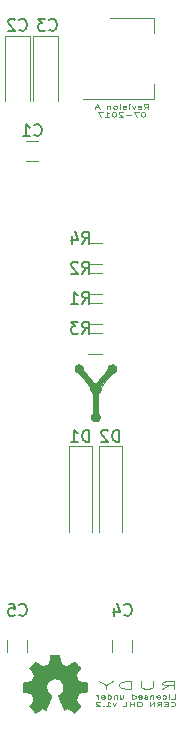
<source format=gbr>
G04 #@! TF.FileFunction,Legend,Bot*
%FSLAX46Y46*%
G04 Gerber Fmt 4.6, Leading zero omitted, Abs format (unit mm)*
G04 Created by KiCad (PCBNEW 4.0.2+e4-6225~38~ubuntu15.10.1-stable) date Sun 23 Jul 2017 03:00:31 AM EEST*
%MOMM*%
G01*
G04 APERTURE LIST*
%ADD10C,0.100000*%
%ADD11C,0.125000*%
%ADD12C,0.120000*%
%ADD13C,0.010000*%
%ADD14C,0.150000*%
G04 APERTURE END LIST*
D10*
D11*
X81863942Y-113047429D02*
X82463942Y-112761714D01*
X82892514Y-113047429D02*
X82892514Y-112447429D01*
X82206799Y-112447429D01*
X82035371Y-112476000D01*
X81949656Y-112504571D01*
X81863942Y-112561714D01*
X81863942Y-112647429D01*
X81949656Y-112704571D01*
X82035371Y-112733143D01*
X82206799Y-112761714D01*
X82892514Y-112761714D01*
X81092514Y-112447429D02*
X81092514Y-112933143D01*
X81006799Y-112990286D01*
X80921085Y-113018857D01*
X80749656Y-113047429D01*
X80406799Y-113047429D01*
X80235371Y-113018857D01*
X80149656Y-112990286D01*
X80063942Y-112933143D01*
X80063942Y-112447429D01*
X79206800Y-113047429D02*
X79206800Y-112447429D01*
X78778228Y-112447429D01*
X78521085Y-112476000D01*
X78349657Y-112533143D01*
X78263942Y-112590286D01*
X78178228Y-112704571D01*
X78178228Y-112790286D01*
X78263942Y-112904571D01*
X78349657Y-112961714D01*
X78521085Y-113018857D01*
X78778228Y-113047429D01*
X79206800Y-113047429D01*
X77063942Y-112761714D02*
X77063942Y-113047429D01*
X77663942Y-112447429D02*
X77063942Y-112761714D01*
X76463942Y-112447429D01*
D10*
X82629429Y-113896952D02*
X82915143Y-113896952D01*
X82915143Y-113496952D01*
X82429429Y-113896952D02*
X82429429Y-113630286D01*
X82429429Y-113496952D02*
X82458000Y-113516000D01*
X82429429Y-113535048D01*
X82400857Y-113516000D01*
X82429429Y-113496952D01*
X82429429Y-113535048D01*
X81886572Y-113877905D02*
X81943715Y-113896952D01*
X82058001Y-113896952D01*
X82115143Y-113877905D01*
X82143715Y-113858857D01*
X82172286Y-113820762D01*
X82172286Y-113706476D01*
X82143715Y-113668381D01*
X82115143Y-113649333D01*
X82058001Y-113630286D01*
X81943715Y-113630286D01*
X81886572Y-113649333D01*
X81400857Y-113877905D02*
X81458000Y-113896952D01*
X81572286Y-113896952D01*
X81629429Y-113877905D01*
X81658000Y-113839810D01*
X81658000Y-113687429D01*
X81629429Y-113649333D01*
X81572286Y-113630286D01*
X81458000Y-113630286D01*
X81400857Y-113649333D01*
X81372286Y-113687429D01*
X81372286Y-113725524D01*
X81658000Y-113763619D01*
X81115143Y-113630286D02*
X81115143Y-113896952D01*
X81115143Y-113668381D02*
X81086571Y-113649333D01*
X81029429Y-113630286D01*
X80943714Y-113630286D01*
X80886571Y-113649333D01*
X80858000Y-113687429D01*
X80858000Y-113896952D01*
X80600857Y-113877905D02*
X80543714Y-113896952D01*
X80429429Y-113896952D01*
X80372286Y-113877905D01*
X80343714Y-113839810D01*
X80343714Y-113820762D01*
X80372286Y-113782667D01*
X80429429Y-113763619D01*
X80515143Y-113763619D01*
X80572286Y-113744571D01*
X80600857Y-113706476D01*
X80600857Y-113687429D01*
X80572286Y-113649333D01*
X80515143Y-113630286D01*
X80429429Y-113630286D01*
X80372286Y-113649333D01*
X79858000Y-113877905D02*
X79915143Y-113896952D01*
X80029429Y-113896952D01*
X80086572Y-113877905D01*
X80115143Y-113839810D01*
X80115143Y-113687429D01*
X80086572Y-113649333D01*
X80029429Y-113630286D01*
X79915143Y-113630286D01*
X79858000Y-113649333D01*
X79829429Y-113687429D01*
X79829429Y-113725524D01*
X80115143Y-113763619D01*
X79315143Y-113896952D02*
X79315143Y-113496952D01*
X79315143Y-113877905D02*
X79372286Y-113896952D01*
X79486572Y-113896952D01*
X79543714Y-113877905D01*
X79572286Y-113858857D01*
X79600857Y-113820762D01*
X79600857Y-113706476D01*
X79572286Y-113668381D01*
X79543714Y-113649333D01*
X79486572Y-113630286D01*
X79372286Y-113630286D01*
X79315143Y-113649333D01*
X78315143Y-113630286D02*
X78315143Y-113896952D01*
X78572286Y-113630286D02*
X78572286Y-113839810D01*
X78543714Y-113877905D01*
X78486572Y-113896952D01*
X78400857Y-113896952D01*
X78343714Y-113877905D01*
X78315143Y-113858857D01*
X78029429Y-113630286D02*
X78029429Y-113896952D01*
X78029429Y-113668381D02*
X78000857Y-113649333D01*
X77943715Y-113630286D01*
X77858000Y-113630286D01*
X77800857Y-113649333D01*
X77772286Y-113687429D01*
X77772286Y-113896952D01*
X77229429Y-113896952D02*
X77229429Y-113496952D01*
X77229429Y-113877905D02*
X77286572Y-113896952D01*
X77400858Y-113896952D01*
X77458000Y-113877905D01*
X77486572Y-113858857D01*
X77515143Y-113820762D01*
X77515143Y-113706476D01*
X77486572Y-113668381D01*
X77458000Y-113649333D01*
X77400858Y-113630286D01*
X77286572Y-113630286D01*
X77229429Y-113649333D01*
X76715143Y-113877905D02*
X76772286Y-113896952D01*
X76886572Y-113896952D01*
X76943715Y-113877905D01*
X76972286Y-113839810D01*
X76972286Y-113687429D01*
X76943715Y-113649333D01*
X76886572Y-113630286D01*
X76772286Y-113630286D01*
X76715143Y-113649333D01*
X76686572Y-113687429D01*
X76686572Y-113725524D01*
X76972286Y-113763619D01*
X76429429Y-113896952D02*
X76429429Y-113630286D01*
X76429429Y-113706476D02*
X76400857Y-113668381D01*
X76372286Y-113649333D01*
X76315143Y-113630286D01*
X76258000Y-113630286D01*
X82572286Y-114518857D02*
X82600857Y-114537905D01*
X82686571Y-114556952D01*
X82743714Y-114556952D01*
X82829429Y-114537905D01*
X82886571Y-114499810D01*
X82915143Y-114461714D01*
X82943714Y-114385524D01*
X82943714Y-114328381D01*
X82915143Y-114252190D01*
X82886571Y-114214095D01*
X82829429Y-114176000D01*
X82743714Y-114156952D01*
X82686571Y-114156952D01*
X82600857Y-114176000D01*
X82572286Y-114195048D01*
X82315143Y-114347429D02*
X82115143Y-114347429D01*
X82029429Y-114556952D02*
X82315143Y-114556952D01*
X82315143Y-114156952D01*
X82029429Y-114156952D01*
X81429429Y-114556952D02*
X81629429Y-114366476D01*
X81772286Y-114556952D02*
X81772286Y-114156952D01*
X81543714Y-114156952D01*
X81486572Y-114176000D01*
X81458000Y-114195048D01*
X81429429Y-114233143D01*
X81429429Y-114290286D01*
X81458000Y-114328381D01*
X81486572Y-114347429D01*
X81543714Y-114366476D01*
X81772286Y-114366476D01*
X81172286Y-114556952D02*
X81172286Y-114156952D01*
X80829429Y-114556952D01*
X80829429Y-114156952D01*
X79972286Y-114156952D02*
X79858000Y-114156952D01*
X79800858Y-114176000D01*
X79743715Y-114214095D01*
X79715143Y-114290286D01*
X79715143Y-114423619D01*
X79743715Y-114499810D01*
X79800858Y-114537905D01*
X79858000Y-114556952D01*
X79972286Y-114556952D01*
X80029429Y-114537905D01*
X80086572Y-114499810D01*
X80115143Y-114423619D01*
X80115143Y-114290286D01*
X80086572Y-114214095D01*
X80029429Y-114176000D01*
X79972286Y-114156952D01*
X79458001Y-114556952D02*
X79458001Y-114156952D01*
X79458001Y-114347429D02*
X79115144Y-114347429D01*
X79115144Y-114556952D02*
X79115144Y-114156952D01*
X78543716Y-114556952D02*
X78829430Y-114556952D01*
X78829430Y-114156952D01*
X77943716Y-114290286D02*
X77800859Y-114556952D01*
X77658001Y-114290286D01*
X77115144Y-114556952D02*
X77458001Y-114556952D01*
X77286573Y-114556952D02*
X77286573Y-114156952D01*
X77343716Y-114214095D01*
X77400858Y-114252190D01*
X77458001Y-114271238D01*
X76858001Y-114518857D02*
X76829429Y-114537905D01*
X76858001Y-114556952D01*
X76886572Y-114537905D01*
X76858001Y-114518857D01*
X76858001Y-114556952D01*
X76600858Y-114195048D02*
X76572287Y-114176000D01*
X76515144Y-114156952D01*
X76372287Y-114156952D01*
X76315144Y-114176000D01*
X76286573Y-114195048D01*
X76258001Y-114233143D01*
X76258001Y-114271238D01*
X76286573Y-114328381D01*
X76629430Y-114556952D01*
X76258001Y-114556952D01*
X80292343Y-63960552D02*
X80492343Y-63770076D01*
X80635200Y-63960552D02*
X80635200Y-63560552D01*
X80406628Y-63560552D01*
X80349486Y-63579600D01*
X80320914Y-63598648D01*
X80292343Y-63636743D01*
X80292343Y-63693886D01*
X80320914Y-63731981D01*
X80349486Y-63751029D01*
X80406628Y-63770076D01*
X80635200Y-63770076D01*
X79806628Y-63941505D02*
X79863771Y-63960552D01*
X79978057Y-63960552D01*
X80035200Y-63941505D01*
X80063771Y-63903410D01*
X80063771Y-63751029D01*
X80035200Y-63712933D01*
X79978057Y-63693886D01*
X79863771Y-63693886D01*
X79806628Y-63712933D01*
X79778057Y-63751029D01*
X79778057Y-63789124D01*
X80063771Y-63827219D01*
X79578057Y-63693886D02*
X79435200Y-63960552D01*
X79292342Y-63693886D01*
X79063771Y-63960552D02*
X79063771Y-63693886D01*
X79063771Y-63560552D02*
X79092342Y-63579600D01*
X79063771Y-63598648D01*
X79035199Y-63579600D01*
X79063771Y-63560552D01*
X79063771Y-63598648D01*
X78806628Y-63941505D02*
X78749485Y-63960552D01*
X78635200Y-63960552D01*
X78578057Y-63941505D01*
X78549485Y-63903410D01*
X78549485Y-63884362D01*
X78578057Y-63846267D01*
X78635200Y-63827219D01*
X78720914Y-63827219D01*
X78778057Y-63808171D01*
X78806628Y-63770076D01*
X78806628Y-63751029D01*
X78778057Y-63712933D01*
X78720914Y-63693886D01*
X78635200Y-63693886D01*
X78578057Y-63712933D01*
X78292343Y-63960552D02*
X78292343Y-63693886D01*
X78292343Y-63560552D02*
X78320914Y-63579600D01*
X78292343Y-63598648D01*
X78263771Y-63579600D01*
X78292343Y-63560552D01*
X78292343Y-63598648D01*
X77920915Y-63960552D02*
X77978057Y-63941505D01*
X78006629Y-63922457D01*
X78035200Y-63884362D01*
X78035200Y-63770076D01*
X78006629Y-63731981D01*
X77978057Y-63712933D01*
X77920915Y-63693886D01*
X77835200Y-63693886D01*
X77778057Y-63712933D01*
X77749486Y-63731981D01*
X77720915Y-63770076D01*
X77720915Y-63884362D01*
X77749486Y-63922457D01*
X77778057Y-63941505D01*
X77835200Y-63960552D01*
X77920915Y-63960552D01*
X77463772Y-63693886D02*
X77463772Y-63960552D01*
X77463772Y-63731981D02*
X77435200Y-63712933D01*
X77378058Y-63693886D01*
X77292343Y-63693886D01*
X77235200Y-63712933D01*
X77206629Y-63751029D01*
X77206629Y-63960552D01*
X76492343Y-63846267D02*
X76206629Y-63846267D01*
X76549486Y-63960552D02*
X76349486Y-63560552D01*
X76149486Y-63960552D01*
X80263772Y-64220552D02*
X80206629Y-64220552D01*
X80149486Y-64239600D01*
X80120915Y-64258648D01*
X80092344Y-64296743D01*
X80063772Y-64372933D01*
X80063772Y-64468171D01*
X80092344Y-64544362D01*
X80120915Y-64582457D01*
X80149486Y-64601505D01*
X80206629Y-64620552D01*
X80263772Y-64620552D01*
X80320915Y-64601505D01*
X80349486Y-64582457D01*
X80378058Y-64544362D01*
X80406629Y-64468171D01*
X80406629Y-64372933D01*
X80378058Y-64296743D01*
X80349486Y-64258648D01*
X80320915Y-64239600D01*
X80263772Y-64220552D01*
X79863772Y-64220552D02*
X79463772Y-64220552D01*
X79720915Y-64620552D01*
X79235200Y-64468171D02*
X78778057Y-64468171D01*
X78520914Y-64258648D02*
X78492343Y-64239600D01*
X78435200Y-64220552D01*
X78292343Y-64220552D01*
X78235200Y-64239600D01*
X78206629Y-64258648D01*
X78178057Y-64296743D01*
X78178057Y-64334838D01*
X78206629Y-64391981D01*
X78549486Y-64620552D01*
X78178057Y-64620552D01*
X77806628Y-64220552D02*
X77749485Y-64220552D01*
X77692342Y-64239600D01*
X77663771Y-64258648D01*
X77635200Y-64296743D01*
X77606628Y-64372933D01*
X77606628Y-64468171D01*
X77635200Y-64544362D01*
X77663771Y-64582457D01*
X77692342Y-64601505D01*
X77749485Y-64620552D01*
X77806628Y-64620552D01*
X77863771Y-64601505D01*
X77892342Y-64582457D01*
X77920914Y-64544362D01*
X77949485Y-64468171D01*
X77949485Y-64372933D01*
X77920914Y-64296743D01*
X77892342Y-64258648D01*
X77863771Y-64239600D01*
X77806628Y-64220552D01*
X77035199Y-64620552D02*
X77378056Y-64620552D01*
X77206628Y-64620552D02*
X77206628Y-64220552D01*
X77263771Y-64277695D01*
X77320913Y-64315790D01*
X77378056Y-64334838D01*
X76835199Y-64220552D02*
X76435199Y-64220552D01*
X76692342Y-64620552D01*
D12*
X81158000Y-56280000D02*
X81158000Y-57540000D01*
X81158000Y-63100000D02*
X81158000Y-61840000D01*
X77398000Y-56280000D02*
X81158000Y-56280000D01*
X75148000Y-63100000D02*
X81158000Y-63100000D01*
X70366000Y-66714000D02*
X71366000Y-66714000D01*
X71366000Y-68414000D02*
X70366000Y-68414000D01*
X68546000Y-57822000D02*
X68546000Y-63322000D01*
X70646000Y-57822000D02*
X70646000Y-63322000D01*
X68546000Y-57822000D02*
X70646000Y-57822000D01*
X70959000Y-57822000D02*
X70959000Y-63322000D01*
X73059000Y-57822000D02*
X73059000Y-63322000D01*
X70959000Y-57822000D02*
X73059000Y-57822000D01*
X77636000Y-109974000D02*
X77636000Y-108974000D01*
X79336000Y-108974000D02*
X79336000Y-109974000D01*
X68746000Y-109974000D02*
X68746000Y-108974000D01*
X70446000Y-108974000D02*
X70446000Y-109974000D01*
X73930000Y-99778000D02*
X73930000Y-92478000D01*
X73930000Y-92478000D02*
X75930000Y-92478000D01*
X75930000Y-92478000D02*
X75930000Y-99778000D01*
X76470000Y-99778000D02*
X76470000Y-92478000D01*
X76470000Y-92478000D02*
X78470000Y-92478000D01*
X78470000Y-92478000D02*
X78470000Y-99778000D01*
X76800000Y-80400000D02*
X75600000Y-80400000D01*
X75600000Y-82160000D02*
X76800000Y-82160000D01*
X76800000Y-77860000D02*
X75600000Y-77860000D01*
X75600000Y-79620000D02*
X76800000Y-79620000D01*
X76800000Y-82940000D02*
X75600000Y-82940000D01*
X75600000Y-84700000D02*
X76800000Y-84700000D01*
X75600000Y-77080000D02*
X76800000Y-77080000D01*
X76800000Y-75320000D02*
X75600000Y-75320000D01*
D13*
G36*
X72315809Y-110595268D02*
X72294751Y-110704093D01*
X72274740Y-110800889D01*
X72257070Y-110879902D01*
X72243034Y-110935376D01*
X72233927Y-110961558D01*
X72233243Y-110962442D01*
X72210599Y-110975347D01*
X72161846Y-110997961D01*
X72094793Y-111027091D01*
X72017248Y-111059548D01*
X71937017Y-111092141D01*
X71861908Y-111121679D01*
X71799729Y-111144972D01*
X71758288Y-111158828D01*
X71746678Y-111161285D01*
X71726093Y-111151444D01*
X71680774Y-111124070D01*
X71615752Y-111082389D01*
X71536056Y-111029623D01*
X71446716Y-110968999D01*
X71446091Y-110968570D01*
X71356212Y-110907245D01*
X71275603Y-110852950D01*
X71209416Y-110809099D01*
X71162801Y-110779104D01*
X71140976Y-110766404D01*
X71121031Y-110775654D01*
X71081154Y-110806759D01*
X71026123Y-110855001D01*
X70960713Y-110915661D01*
X70889699Y-110984019D01*
X70817859Y-111055356D01*
X70749968Y-111124953D01*
X70690802Y-111188091D01*
X70645136Y-111240051D01*
X70617748Y-111276113D01*
X70612000Y-111289094D01*
X70621846Y-111312548D01*
X70649222Y-111360508D01*
X70690877Y-111427728D01*
X70743566Y-111508963D01*
X70802500Y-111596714D01*
X70862732Y-111686130D01*
X70915130Y-111766146D01*
X70956461Y-111831642D01*
X70983494Y-111877499D01*
X70993000Y-111898477D01*
X70986017Y-111923060D01*
X70967231Y-111973087D01*
X70939884Y-112040984D01*
X70907220Y-112119175D01*
X70872483Y-112200086D01*
X70838914Y-112276143D01*
X70809757Y-112339769D01*
X70788255Y-112383391D01*
X70778824Y-112398718D01*
X70759028Y-112404918D01*
X70710268Y-112416458D01*
X70639243Y-112431993D01*
X70552656Y-112450179D01*
X70457204Y-112469671D01*
X70359589Y-112489122D01*
X70266511Y-112507188D01*
X70184670Y-112522524D01*
X70120767Y-112533785D01*
X70081501Y-112539624D01*
X70074412Y-112540142D01*
X70070612Y-112557190D01*
X70068066Y-112604001D01*
X70066676Y-112674078D01*
X70066344Y-112760925D01*
X70066972Y-112858045D01*
X70068462Y-112958941D01*
X70070715Y-113057115D01*
X70073634Y-113146071D01*
X70077120Y-113219312D01*
X70081075Y-113270341D01*
X70085402Y-113292660D01*
X70085783Y-113293026D01*
X70108726Y-113299843D01*
X70161277Y-113311889D01*
X70237350Y-113327879D01*
X70330855Y-113346528D01*
X70422774Y-113364128D01*
X70528703Y-113385164D01*
X70622016Y-113405844D01*
X70696664Y-113424662D01*
X70746599Y-113440112D01*
X70764928Y-113449281D01*
X70779774Y-113474836D01*
X70803977Y-113526538D01*
X70834428Y-113596671D01*
X70868019Y-113677523D01*
X70901639Y-113761379D01*
X70932180Y-113840524D01*
X70956531Y-113907244D01*
X70971584Y-113953825D01*
X70974924Y-113970280D01*
X70965015Y-113992430D01*
X70937571Y-114038938D01*
X70895949Y-114104495D01*
X70843508Y-114183789D01*
X70793428Y-114257309D01*
X70734378Y-114344576D01*
X70683364Y-114423174D01*
X70643762Y-114487640D01*
X70618948Y-114532510D01*
X70612000Y-114550985D01*
X70624230Y-114571351D01*
X70657736Y-114611965D01*
X70707735Y-114667912D01*
X70769448Y-114734276D01*
X70838095Y-114806141D01*
X70908895Y-114878592D01*
X70977067Y-114946714D01*
X71037832Y-115005591D01*
X71086409Y-115050307D01*
X71118017Y-115075947D01*
X71126606Y-115080142D01*
X71145914Y-115070351D01*
X71189768Y-115043239D01*
X71252920Y-115002201D01*
X71330125Y-114950631D01*
X71393804Y-114907283D01*
X71479412Y-114849064D01*
X71556134Y-114797835D01*
X71618337Y-114757283D01*
X71660391Y-114731096D01*
X71674985Y-114723221D01*
X71704877Y-114725289D01*
X71756586Y-114741317D01*
X71819972Y-114768083D01*
X71827571Y-114771714D01*
X71890308Y-114799329D01*
X71942419Y-114817316D01*
X71973888Y-114822303D01*
X71976160Y-114821740D01*
X71987045Y-114804102D01*
X72009785Y-114757592D01*
X72042384Y-114686873D01*
X72082846Y-114596611D01*
X72129171Y-114491469D01*
X72179365Y-114376113D01*
X72231429Y-114255206D01*
X72283366Y-114133414D01*
X72333179Y-114015401D01*
X72378872Y-113905830D01*
X72418446Y-113809368D01*
X72449906Y-113730677D01*
X72471253Y-113674424D01*
X72480491Y-113645271D01*
X72480714Y-113643293D01*
X72467123Y-113628203D01*
X72430831Y-113597455D01*
X72378560Y-113556624D01*
X72354416Y-113538520D01*
X72227974Y-113424957D01*
X72131724Y-113296705D01*
X72065961Y-113157855D01*
X72030980Y-113012502D01*
X72027076Y-112864738D01*
X72054544Y-112718657D01*
X72113679Y-112578351D01*
X72204776Y-112447914D01*
X72270880Y-112379767D01*
X72396002Y-112286706D01*
X72530407Y-112225607D01*
X72670049Y-112194683D01*
X72810879Y-112192147D01*
X72948849Y-112216214D01*
X73079911Y-112265097D01*
X73200017Y-112337010D01*
X73305119Y-112430166D01*
X73391168Y-112542780D01*
X73454117Y-112673065D01*
X73489918Y-112819234D01*
X73496714Y-112920690D01*
X73479563Y-113083205D01*
X73428460Y-113233416D01*
X73343931Y-113370330D01*
X73226503Y-113492954D01*
X73169441Y-113538520D01*
X73112617Y-113581844D01*
X73069054Y-113617341D01*
X73045474Y-113639434D01*
X73043142Y-113643293D01*
X73050045Y-113667308D01*
X73069421Y-113719231D01*
X73099270Y-113794397D01*
X73137595Y-113888140D01*
X73182396Y-113995797D01*
X73231675Y-114112702D01*
X73283432Y-114234192D01*
X73335670Y-114355601D01*
X73386389Y-114472265D01*
X73433590Y-114579520D01*
X73475274Y-114672700D01*
X73509444Y-114747142D01*
X73534099Y-114798180D01*
X73547241Y-114821150D01*
X73548197Y-114821932D01*
X73575709Y-114818966D01*
X73625543Y-114802240D01*
X73688037Y-114775132D01*
X73703124Y-114767813D01*
X73832357Y-114703833D01*
X74107376Y-114891988D01*
X74195558Y-114951766D01*
X74273727Y-115003710D01*
X74336876Y-115044579D01*
X74380000Y-115071131D01*
X74397904Y-115080142D01*
X74414947Y-115067869D01*
X74453268Y-115033674D01*
X74508689Y-114981498D01*
X74577035Y-114915279D01*
X74654129Y-114838957D01*
X74662636Y-114830443D01*
X74739889Y-114751546D01*
X74807399Y-114679740D01*
X74861193Y-114619488D01*
X74897302Y-114575248D01*
X74911754Y-114551481D01*
X74911857Y-114550507D01*
X74901935Y-114526287D01*
X74874420Y-114477905D01*
X74832685Y-114410814D01*
X74780104Y-114330467D01*
X74730428Y-114257309D01*
X74671480Y-114170564D01*
X74620525Y-114093086D01*
X74580920Y-114030187D01*
X74556023Y-113987174D01*
X74548932Y-113970280D01*
X74555666Y-113942298D01*
X74573865Y-113888799D01*
X74600420Y-113817499D01*
X74632222Y-113736112D01*
X74666162Y-113652352D01*
X74699130Y-113573933D01*
X74728016Y-113508570D01*
X74749712Y-113463977D01*
X74758928Y-113449281D01*
X74783833Y-113437757D01*
X74838456Y-113421619D01*
X74916750Y-113402373D01*
X75012667Y-113381525D01*
X75101083Y-113364128D01*
X75204897Y-113344201D01*
X75296639Y-113325802D01*
X75370219Y-113310216D01*
X75419551Y-113298728D01*
X75438073Y-113293026D01*
X75442426Y-113273447D01*
X75446417Y-113224606D01*
X75449947Y-113153002D01*
X75452918Y-113065129D01*
X75455231Y-112967486D01*
X75456789Y-112866569D01*
X75457494Y-112768875D01*
X75457247Y-112680902D01*
X75455952Y-112609146D01*
X75453509Y-112560104D01*
X75449819Y-112540273D01*
X75449445Y-112540142D01*
X75421351Y-112536727D01*
X75366062Y-112527377D01*
X75290278Y-112513438D01*
X75200699Y-112496256D01*
X75104025Y-112477174D01*
X75006957Y-112457539D01*
X74916195Y-112438696D01*
X74838439Y-112421990D01*
X74780389Y-112408766D01*
X74748745Y-112400369D01*
X74745033Y-112398718D01*
X74731856Y-112376215D01*
X74708466Y-112327733D01*
X74678106Y-112260847D01*
X74644020Y-112183134D01*
X74609450Y-112102166D01*
X74577640Y-112025519D01*
X74551832Y-111960769D01*
X74535271Y-111915488D01*
X74530857Y-111898477D01*
X74540673Y-111876933D01*
X74567967Y-111830713D01*
X74609506Y-111764937D01*
X74662058Y-111684726D01*
X74721357Y-111596714D01*
X74781680Y-111506858D01*
X74834139Y-111425901D01*
X74875485Y-111359089D01*
X74902472Y-111311664D01*
X74911857Y-111289094D01*
X74899514Y-111266438D01*
X74865668Y-111224698D01*
X74815096Y-111168592D01*
X74752574Y-111102840D01*
X74682878Y-111032160D01*
X74610782Y-110961273D01*
X74541065Y-110894897D01*
X74478500Y-110837751D01*
X74427865Y-110794555D01*
X74393935Y-110770027D01*
X74382880Y-110766404D01*
X74360763Y-110779287D01*
X74313964Y-110809411D01*
X74247636Y-110853363D01*
X74166928Y-110907730D01*
X74077765Y-110968570D01*
X73988377Y-111029236D01*
X73908599Y-111082066D01*
X73843461Y-111123833D01*
X73797993Y-111151314D01*
X73777223Y-111161285D01*
X73777178Y-111161285D01*
X73751774Y-111154555D01*
X73700988Y-111136490D01*
X73632629Y-111110282D01*
X73554504Y-111079121D01*
X73474420Y-111046199D01*
X73400186Y-111014705D01*
X73339608Y-110987831D01*
X73300495Y-110968768D01*
X73290614Y-110962442D01*
X73282168Y-110940066D01*
X73268643Y-110887724D01*
X73251331Y-110811170D01*
X73231527Y-110716158D01*
X73210525Y-110608444D01*
X73208048Y-110595268D01*
X73142458Y-110245071D01*
X72381398Y-110245071D01*
X72315809Y-110595268D01*
X72315809Y-110595268D01*
G37*
X72315809Y-110595268D02*
X72294751Y-110704093D01*
X72274740Y-110800889D01*
X72257070Y-110879902D01*
X72243034Y-110935376D01*
X72233927Y-110961558D01*
X72233243Y-110962442D01*
X72210599Y-110975347D01*
X72161846Y-110997961D01*
X72094793Y-111027091D01*
X72017248Y-111059548D01*
X71937017Y-111092141D01*
X71861908Y-111121679D01*
X71799729Y-111144972D01*
X71758288Y-111158828D01*
X71746678Y-111161285D01*
X71726093Y-111151444D01*
X71680774Y-111124070D01*
X71615752Y-111082389D01*
X71536056Y-111029623D01*
X71446716Y-110968999D01*
X71446091Y-110968570D01*
X71356212Y-110907245D01*
X71275603Y-110852950D01*
X71209416Y-110809099D01*
X71162801Y-110779104D01*
X71140976Y-110766404D01*
X71121031Y-110775654D01*
X71081154Y-110806759D01*
X71026123Y-110855001D01*
X70960713Y-110915661D01*
X70889699Y-110984019D01*
X70817859Y-111055356D01*
X70749968Y-111124953D01*
X70690802Y-111188091D01*
X70645136Y-111240051D01*
X70617748Y-111276113D01*
X70612000Y-111289094D01*
X70621846Y-111312548D01*
X70649222Y-111360508D01*
X70690877Y-111427728D01*
X70743566Y-111508963D01*
X70802500Y-111596714D01*
X70862732Y-111686130D01*
X70915130Y-111766146D01*
X70956461Y-111831642D01*
X70983494Y-111877499D01*
X70993000Y-111898477D01*
X70986017Y-111923060D01*
X70967231Y-111973087D01*
X70939884Y-112040984D01*
X70907220Y-112119175D01*
X70872483Y-112200086D01*
X70838914Y-112276143D01*
X70809757Y-112339769D01*
X70788255Y-112383391D01*
X70778824Y-112398718D01*
X70759028Y-112404918D01*
X70710268Y-112416458D01*
X70639243Y-112431993D01*
X70552656Y-112450179D01*
X70457204Y-112469671D01*
X70359589Y-112489122D01*
X70266511Y-112507188D01*
X70184670Y-112522524D01*
X70120767Y-112533785D01*
X70081501Y-112539624D01*
X70074412Y-112540142D01*
X70070612Y-112557190D01*
X70068066Y-112604001D01*
X70066676Y-112674078D01*
X70066344Y-112760925D01*
X70066972Y-112858045D01*
X70068462Y-112958941D01*
X70070715Y-113057115D01*
X70073634Y-113146071D01*
X70077120Y-113219312D01*
X70081075Y-113270341D01*
X70085402Y-113292660D01*
X70085783Y-113293026D01*
X70108726Y-113299843D01*
X70161277Y-113311889D01*
X70237350Y-113327879D01*
X70330855Y-113346528D01*
X70422774Y-113364128D01*
X70528703Y-113385164D01*
X70622016Y-113405844D01*
X70696664Y-113424662D01*
X70746599Y-113440112D01*
X70764928Y-113449281D01*
X70779774Y-113474836D01*
X70803977Y-113526538D01*
X70834428Y-113596671D01*
X70868019Y-113677523D01*
X70901639Y-113761379D01*
X70932180Y-113840524D01*
X70956531Y-113907244D01*
X70971584Y-113953825D01*
X70974924Y-113970280D01*
X70965015Y-113992430D01*
X70937571Y-114038938D01*
X70895949Y-114104495D01*
X70843508Y-114183789D01*
X70793428Y-114257309D01*
X70734378Y-114344576D01*
X70683364Y-114423174D01*
X70643762Y-114487640D01*
X70618948Y-114532510D01*
X70612000Y-114550985D01*
X70624230Y-114571351D01*
X70657736Y-114611965D01*
X70707735Y-114667912D01*
X70769448Y-114734276D01*
X70838095Y-114806141D01*
X70908895Y-114878592D01*
X70977067Y-114946714D01*
X71037832Y-115005591D01*
X71086409Y-115050307D01*
X71118017Y-115075947D01*
X71126606Y-115080142D01*
X71145914Y-115070351D01*
X71189768Y-115043239D01*
X71252920Y-115002201D01*
X71330125Y-114950631D01*
X71393804Y-114907283D01*
X71479412Y-114849064D01*
X71556134Y-114797835D01*
X71618337Y-114757283D01*
X71660391Y-114731096D01*
X71674985Y-114723221D01*
X71704877Y-114725289D01*
X71756586Y-114741317D01*
X71819972Y-114768083D01*
X71827571Y-114771714D01*
X71890308Y-114799329D01*
X71942419Y-114817316D01*
X71973888Y-114822303D01*
X71976160Y-114821740D01*
X71987045Y-114804102D01*
X72009785Y-114757592D01*
X72042384Y-114686873D01*
X72082846Y-114596611D01*
X72129171Y-114491469D01*
X72179365Y-114376113D01*
X72231429Y-114255206D01*
X72283366Y-114133414D01*
X72333179Y-114015401D01*
X72378872Y-113905830D01*
X72418446Y-113809368D01*
X72449906Y-113730677D01*
X72471253Y-113674424D01*
X72480491Y-113645271D01*
X72480714Y-113643293D01*
X72467123Y-113628203D01*
X72430831Y-113597455D01*
X72378560Y-113556624D01*
X72354416Y-113538520D01*
X72227974Y-113424957D01*
X72131724Y-113296705D01*
X72065961Y-113157855D01*
X72030980Y-113012502D01*
X72027076Y-112864738D01*
X72054544Y-112718657D01*
X72113679Y-112578351D01*
X72204776Y-112447914D01*
X72270880Y-112379767D01*
X72396002Y-112286706D01*
X72530407Y-112225607D01*
X72670049Y-112194683D01*
X72810879Y-112192147D01*
X72948849Y-112216214D01*
X73079911Y-112265097D01*
X73200017Y-112337010D01*
X73305119Y-112430166D01*
X73391168Y-112542780D01*
X73454117Y-112673065D01*
X73489918Y-112819234D01*
X73496714Y-112920690D01*
X73479563Y-113083205D01*
X73428460Y-113233416D01*
X73343931Y-113370330D01*
X73226503Y-113492954D01*
X73169441Y-113538520D01*
X73112617Y-113581844D01*
X73069054Y-113617341D01*
X73045474Y-113639434D01*
X73043142Y-113643293D01*
X73050045Y-113667308D01*
X73069421Y-113719231D01*
X73099270Y-113794397D01*
X73137595Y-113888140D01*
X73182396Y-113995797D01*
X73231675Y-114112702D01*
X73283432Y-114234192D01*
X73335670Y-114355601D01*
X73386389Y-114472265D01*
X73433590Y-114579520D01*
X73475274Y-114672700D01*
X73509444Y-114747142D01*
X73534099Y-114798180D01*
X73547241Y-114821150D01*
X73548197Y-114821932D01*
X73575709Y-114818966D01*
X73625543Y-114802240D01*
X73688037Y-114775132D01*
X73703124Y-114767813D01*
X73832357Y-114703833D01*
X74107376Y-114891988D01*
X74195558Y-114951766D01*
X74273727Y-115003710D01*
X74336876Y-115044579D01*
X74380000Y-115071131D01*
X74397904Y-115080142D01*
X74414947Y-115067869D01*
X74453268Y-115033674D01*
X74508689Y-114981498D01*
X74577035Y-114915279D01*
X74654129Y-114838957D01*
X74662636Y-114830443D01*
X74739889Y-114751546D01*
X74807399Y-114679740D01*
X74861193Y-114619488D01*
X74897302Y-114575248D01*
X74911754Y-114551481D01*
X74911857Y-114550507D01*
X74901935Y-114526287D01*
X74874420Y-114477905D01*
X74832685Y-114410814D01*
X74780104Y-114330467D01*
X74730428Y-114257309D01*
X74671480Y-114170564D01*
X74620525Y-114093086D01*
X74580920Y-114030187D01*
X74556023Y-113987174D01*
X74548932Y-113970280D01*
X74555666Y-113942298D01*
X74573865Y-113888799D01*
X74600420Y-113817499D01*
X74632222Y-113736112D01*
X74666162Y-113652352D01*
X74699130Y-113573933D01*
X74728016Y-113508570D01*
X74749712Y-113463977D01*
X74758928Y-113449281D01*
X74783833Y-113437757D01*
X74838456Y-113421619D01*
X74916750Y-113402373D01*
X75012667Y-113381525D01*
X75101083Y-113364128D01*
X75204897Y-113344201D01*
X75296639Y-113325802D01*
X75370219Y-113310216D01*
X75419551Y-113298728D01*
X75438073Y-113293026D01*
X75442426Y-113273447D01*
X75446417Y-113224606D01*
X75449947Y-113153002D01*
X75452918Y-113065129D01*
X75455231Y-112967486D01*
X75456789Y-112866569D01*
X75457494Y-112768875D01*
X75457247Y-112680902D01*
X75455952Y-112609146D01*
X75453509Y-112560104D01*
X75449819Y-112540273D01*
X75449445Y-112540142D01*
X75421351Y-112536727D01*
X75366062Y-112527377D01*
X75290278Y-112513438D01*
X75200699Y-112496256D01*
X75104025Y-112477174D01*
X75006957Y-112457539D01*
X74916195Y-112438696D01*
X74838439Y-112421990D01*
X74780389Y-112408766D01*
X74748745Y-112400369D01*
X74745033Y-112398718D01*
X74731856Y-112376215D01*
X74708466Y-112327733D01*
X74678106Y-112260847D01*
X74644020Y-112183134D01*
X74609450Y-112102166D01*
X74577640Y-112025519D01*
X74551832Y-111960769D01*
X74535271Y-111915488D01*
X74530857Y-111898477D01*
X74540673Y-111876933D01*
X74567967Y-111830713D01*
X74609506Y-111764937D01*
X74662058Y-111684726D01*
X74721357Y-111596714D01*
X74781680Y-111506858D01*
X74834139Y-111425901D01*
X74875485Y-111359089D01*
X74902472Y-111311664D01*
X74911857Y-111289094D01*
X74899514Y-111266438D01*
X74865668Y-111224698D01*
X74815096Y-111168592D01*
X74752574Y-111102840D01*
X74682878Y-111032160D01*
X74610782Y-110961273D01*
X74541065Y-110894897D01*
X74478500Y-110837751D01*
X74427865Y-110794555D01*
X74393935Y-110770027D01*
X74382880Y-110766404D01*
X74360763Y-110779287D01*
X74313964Y-110809411D01*
X74247636Y-110853363D01*
X74166928Y-110907730D01*
X74077765Y-110968570D01*
X73988377Y-111029236D01*
X73908599Y-111082066D01*
X73843461Y-111123833D01*
X73797993Y-111151314D01*
X73777223Y-111161285D01*
X73777178Y-111161285D01*
X73751774Y-111154555D01*
X73700988Y-111136490D01*
X73632629Y-111110282D01*
X73554504Y-111079121D01*
X73474420Y-111046199D01*
X73400186Y-111014705D01*
X73339608Y-110987831D01*
X73300495Y-110968768D01*
X73290614Y-110962442D01*
X73282168Y-110940066D01*
X73268643Y-110887724D01*
X73251331Y-110811170D01*
X73231527Y-110716158D01*
X73210525Y-110608444D01*
X73208048Y-110595268D01*
X73142458Y-110245071D01*
X72381398Y-110245071D01*
X72315809Y-110595268D01*
G36*
X74683000Y-85622099D02*
X74585431Y-85670232D01*
X74503726Y-85755021D01*
X74491485Y-85772490D01*
X74457356Y-85853502D01*
X74443502Y-85954975D01*
X74450789Y-86060335D01*
X74472466Y-86136392D01*
X74527763Y-86220910D01*
X74609543Y-86288622D01*
X74703323Y-86328063D01*
X74718219Y-86330943D01*
X74736219Y-86333413D01*
X74751945Y-86336153D01*
X74767721Y-86341713D01*
X74785875Y-86352644D01*
X74808732Y-86371494D01*
X74838620Y-86400815D01*
X74877864Y-86443155D01*
X74928792Y-86501065D01*
X74993728Y-86577094D01*
X75075001Y-86673793D01*
X75174935Y-86793711D01*
X75295859Y-86939397D01*
X75440097Y-87113403D01*
X75519588Y-87209293D01*
X75747533Y-87484211D01*
X75742371Y-87610685D01*
X75754119Y-87753269D01*
X75802182Y-87875501D01*
X75887040Y-87978564D01*
X75893386Y-87984229D01*
X75970041Y-88051533D01*
X75970041Y-89759761D01*
X75917746Y-89808890D01*
X75857596Y-89891960D01*
X75828853Y-89991423D01*
X75830106Y-90097767D01*
X75859942Y-90201480D01*
X75916949Y-90293052D01*
X75999717Y-90362970D01*
X76000018Y-90363147D01*
X76097035Y-90401132D01*
X76206871Y-90414911D01*
X76312854Y-90403753D01*
X76377696Y-90379719D01*
X76470885Y-90308746D01*
X76535689Y-90216419D01*
X76570477Y-90111285D01*
X76573614Y-90001892D01*
X76543469Y-89896789D01*
X76486056Y-89812419D01*
X76474762Y-89799504D01*
X76465466Y-89784497D01*
X76457934Y-89763404D01*
X76451934Y-89732232D01*
X76447233Y-89686985D01*
X76443597Y-89623670D01*
X76440794Y-89538294D01*
X76438589Y-89426862D01*
X76436752Y-89285380D01*
X76435047Y-89109854D01*
X76433349Y-88909236D01*
X76426287Y-88054757D01*
X76504573Y-87986021D01*
X76592355Y-87883625D01*
X76643694Y-87761797D01*
X76659459Y-87629201D01*
X76659918Y-87508719D01*
X77125062Y-86926248D01*
X77247880Y-86772653D01*
X77347698Y-86648592D01*
X77427489Y-86550837D01*
X77490227Y-86476158D01*
X77538886Y-86421325D01*
X77576439Y-86383110D01*
X77605860Y-86358282D01*
X77630123Y-86343613D01*
X77652201Y-86335873D01*
X77672017Y-86332253D01*
X77781942Y-86298368D01*
X77865915Y-86232381D01*
X77922500Y-86136057D01*
X77950264Y-86011162D01*
X77951986Y-85987739D01*
X77954095Y-85905965D01*
X77947473Y-85850092D01*
X77929085Y-85804601D01*
X77910324Y-85774625D01*
X77858075Y-85712788D01*
X77795627Y-85657765D01*
X77788309Y-85652610D01*
X77740851Y-85625111D01*
X77692539Y-85611546D01*
X77627576Y-85608784D01*
X77577446Y-85610821D01*
X77491188Y-85619144D01*
X77429509Y-85636259D01*
X77375322Y-85667475D01*
X77360948Y-85678101D01*
X77279297Y-85764532D01*
X77234163Y-85871279D01*
X77224362Y-85961899D01*
X77222896Y-85986422D01*
X77216784Y-86012300D01*
X77203456Y-86043227D01*
X77180340Y-86082895D01*
X77144865Y-86134997D01*
X77094462Y-86203226D01*
X77026559Y-86291275D01*
X76938585Y-86402836D01*
X76827971Y-86541603D01*
X76772741Y-86610636D01*
X76321120Y-87174786D01*
X76100080Y-87174786D01*
X75187400Y-86079388D01*
X75173800Y-85947994D01*
X75144794Y-85817378D01*
X75088099Y-85718079D01*
X75003786Y-85650162D01*
X74891929Y-85613694D01*
X74803471Y-85606885D01*
X74683000Y-85622099D01*
X74683000Y-85622099D01*
G37*
X74683000Y-85622099D02*
X74585431Y-85670232D01*
X74503726Y-85755021D01*
X74491485Y-85772490D01*
X74457356Y-85853502D01*
X74443502Y-85954975D01*
X74450789Y-86060335D01*
X74472466Y-86136392D01*
X74527763Y-86220910D01*
X74609543Y-86288622D01*
X74703323Y-86328063D01*
X74718219Y-86330943D01*
X74736219Y-86333413D01*
X74751945Y-86336153D01*
X74767721Y-86341713D01*
X74785875Y-86352644D01*
X74808732Y-86371494D01*
X74838620Y-86400815D01*
X74877864Y-86443155D01*
X74928792Y-86501065D01*
X74993728Y-86577094D01*
X75075001Y-86673793D01*
X75174935Y-86793711D01*
X75295859Y-86939397D01*
X75440097Y-87113403D01*
X75519588Y-87209293D01*
X75747533Y-87484211D01*
X75742371Y-87610685D01*
X75754119Y-87753269D01*
X75802182Y-87875501D01*
X75887040Y-87978564D01*
X75893386Y-87984229D01*
X75970041Y-88051533D01*
X75970041Y-89759761D01*
X75917746Y-89808890D01*
X75857596Y-89891960D01*
X75828853Y-89991423D01*
X75830106Y-90097767D01*
X75859942Y-90201480D01*
X75916949Y-90293052D01*
X75999717Y-90362970D01*
X76000018Y-90363147D01*
X76097035Y-90401132D01*
X76206871Y-90414911D01*
X76312854Y-90403753D01*
X76377696Y-90379719D01*
X76470885Y-90308746D01*
X76535689Y-90216419D01*
X76570477Y-90111285D01*
X76573614Y-90001892D01*
X76543469Y-89896789D01*
X76486056Y-89812419D01*
X76474762Y-89799504D01*
X76465466Y-89784497D01*
X76457934Y-89763404D01*
X76451934Y-89732232D01*
X76447233Y-89686985D01*
X76443597Y-89623670D01*
X76440794Y-89538294D01*
X76438589Y-89426862D01*
X76436752Y-89285380D01*
X76435047Y-89109854D01*
X76433349Y-88909236D01*
X76426287Y-88054757D01*
X76504573Y-87986021D01*
X76592355Y-87883625D01*
X76643694Y-87761797D01*
X76659459Y-87629201D01*
X76659918Y-87508719D01*
X77125062Y-86926248D01*
X77247880Y-86772653D01*
X77347698Y-86648592D01*
X77427489Y-86550837D01*
X77490227Y-86476158D01*
X77538886Y-86421325D01*
X77576439Y-86383110D01*
X77605860Y-86358282D01*
X77630123Y-86343613D01*
X77652201Y-86335873D01*
X77672017Y-86332253D01*
X77781942Y-86298368D01*
X77865915Y-86232381D01*
X77922500Y-86136057D01*
X77950264Y-86011162D01*
X77951986Y-85987739D01*
X77954095Y-85905965D01*
X77947473Y-85850092D01*
X77929085Y-85804601D01*
X77910324Y-85774625D01*
X77858075Y-85712788D01*
X77795627Y-85657765D01*
X77788309Y-85652610D01*
X77740851Y-85625111D01*
X77692539Y-85611546D01*
X77627576Y-85608784D01*
X77577446Y-85610821D01*
X77491188Y-85619144D01*
X77429509Y-85636259D01*
X77375322Y-85667475D01*
X77360948Y-85678101D01*
X77279297Y-85764532D01*
X77234163Y-85871279D01*
X77224362Y-85961899D01*
X77222896Y-85986422D01*
X77216784Y-86012300D01*
X77203456Y-86043227D01*
X77180340Y-86082895D01*
X77144865Y-86134997D01*
X77094462Y-86203226D01*
X77026559Y-86291275D01*
X76938585Y-86402836D01*
X76827971Y-86541603D01*
X76772741Y-86610636D01*
X76321120Y-87174786D01*
X76100080Y-87174786D01*
X75187400Y-86079388D01*
X75173800Y-85947994D01*
X75144794Y-85817378D01*
X75088099Y-85718079D01*
X75003786Y-85650162D01*
X74891929Y-85613694D01*
X74803471Y-85606885D01*
X74683000Y-85622099D01*
D14*
X71032666Y-66171143D02*
X71080285Y-66218762D01*
X71223142Y-66266381D01*
X71318380Y-66266381D01*
X71461238Y-66218762D01*
X71556476Y-66123524D01*
X71604095Y-66028286D01*
X71651714Y-65837810D01*
X71651714Y-65694952D01*
X71604095Y-65504476D01*
X71556476Y-65409238D01*
X71461238Y-65314000D01*
X71318380Y-65266381D01*
X71223142Y-65266381D01*
X71080285Y-65314000D01*
X71032666Y-65361619D01*
X70080285Y-66266381D02*
X70651714Y-66266381D01*
X70366000Y-66266381D02*
X70366000Y-65266381D01*
X70461238Y-65409238D01*
X70556476Y-65504476D01*
X70651714Y-65552095D01*
X69762666Y-57253143D02*
X69810285Y-57300762D01*
X69953142Y-57348381D01*
X70048380Y-57348381D01*
X70191238Y-57300762D01*
X70286476Y-57205524D01*
X70334095Y-57110286D01*
X70381714Y-56919810D01*
X70381714Y-56776952D01*
X70334095Y-56586476D01*
X70286476Y-56491238D01*
X70191238Y-56396000D01*
X70048380Y-56348381D01*
X69953142Y-56348381D01*
X69810285Y-56396000D01*
X69762666Y-56443619D01*
X69381714Y-56443619D02*
X69334095Y-56396000D01*
X69238857Y-56348381D01*
X69000761Y-56348381D01*
X68905523Y-56396000D01*
X68857904Y-56443619D01*
X68810285Y-56538857D01*
X68810285Y-56634095D01*
X68857904Y-56776952D01*
X69429333Y-57348381D01*
X68810285Y-57348381D01*
X72302666Y-57253143D02*
X72350285Y-57300762D01*
X72493142Y-57348381D01*
X72588380Y-57348381D01*
X72731238Y-57300762D01*
X72826476Y-57205524D01*
X72874095Y-57110286D01*
X72921714Y-56919810D01*
X72921714Y-56776952D01*
X72874095Y-56586476D01*
X72826476Y-56491238D01*
X72731238Y-56396000D01*
X72588380Y-56348381D01*
X72493142Y-56348381D01*
X72350285Y-56396000D01*
X72302666Y-56443619D01*
X71969333Y-56348381D02*
X71350285Y-56348381D01*
X71683619Y-56729333D01*
X71540761Y-56729333D01*
X71445523Y-56776952D01*
X71397904Y-56824571D01*
X71350285Y-56919810D01*
X71350285Y-57157905D01*
X71397904Y-57253143D01*
X71445523Y-57300762D01*
X71540761Y-57348381D01*
X71826476Y-57348381D01*
X71921714Y-57300762D01*
X71969333Y-57253143D01*
X78652666Y-106783143D02*
X78700285Y-106830762D01*
X78843142Y-106878381D01*
X78938380Y-106878381D01*
X79081238Y-106830762D01*
X79176476Y-106735524D01*
X79224095Y-106640286D01*
X79271714Y-106449810D01*
X79271714Y-106306952D01*
X79224095Y-106116476D01*
X79176476Y-106021238D01*
X79081238Y-105926000D01*
X78938380Y-105878381D01*
X78843142Y-105878381D01*
X78700285Y-105926000D01*
X78652666Y-105973619D01*
X77795523Y-106211714D02*
X77795523Y-106878381D01*
X78033619Y-105830762D02*
X78271714Y-106545048D01*
X77652666Y-106545048D01*
X69762666Y-106783143D02*
X69810285Y-106830762D01*
X69953142Y-106878381D01*
X70048380Y-106878381D01*
X70191238Y-106830762D01*
X70286476Y-106735524D01*
X70334095Y-106640286D01*
X70381714Y-106449810D01*
X70381714Y-106306952D01*
X70334095Y-106116476D01*
X70286476Y-106021238D01*
X70191238Y-105926000D01*
X70048380Y-105878381D01*
X69953142Y-105878381D01*
X69810285Y-105926000D01*
X69762666Y-105973619D01*
X68857904Y-105878381D02*
X69334095Y-105878381D01*
X69381714Y-106354571D01*
X69334095Y-106306952D01*
X69238857Y-106259333D01*
X69000761Y-106259333D01*
X68905523Y-106306952D01*
X68857904Y-106354571D01*
X68810285Y-106449810D01*
X68810285Y-106687905D01*
X68857904Y-106783143D01*
X68905523Y-106830762D01*
X69000761Y-106878381D01*
X69238857Y-106878381D01*
X69334095Y-106830762D01*
X69381714Y-106783143D01*
X75668095Y-92146381D02*
X75668095Y-91146381D01*
X75430000Y-91146381D01*
X75287142Y-91194000D01*
X75191904Y-91289238D01*
X75144285Y-91384476D01*
X75096666Y-91574952D01*
X75096666Y-91717810D01*
X75144285Y-91908286D01*
X75191904Y-92003524D01*
X75287142Y-92098762D01*
X75430000Y-92146381D01*
X75668095Y-92146381D01*
X74144285Y-92146381D02*
X74715714Y-92146381D01*
X74430000Y-92146381D02*
X74430000Y-91146381D01*
X74525238Y-91289238D01*
X74620476Y-91384476D01*
X74715714Y-91432095D01*
X78208095Y-92146381D02*
X78208095Y-91146381D01*
X77970000Y-91146381D01*
X77827142Y-91194000D01*
X77731904Y-91289238D01*
X77684285Y-91384476D01*
X77636666Y-91574952D01*
X77636666Y-91717810D01*
X77684285Y-91908286D01*
X77731904Y-92003524D01*
X77827142Y-92098762D01*
X77970000Y-92146381D01*
X78208095Y-92146381D01*
X77255714Y-91241619D02*
X77208095Y-91194000D01*
X77112857Y-91146381D01*
X76874761Y-91146381D01*
X76779523Y-91194000D01*
X76731904Y-91241619D01*
X76684285Y-91336857D01*
X76684285Y-91432095D01*
X76731904Y-91574952D01*
X77303333Y-92146381D01*
X76684285Y-92146381D01*
X75096666Y-80462381D02*
X75430000Y-79986190D01*
X75668095Y-80462381D02*
X75668095Y-79462381D01*
X75287142Y-79462381D01*
X75191904Y-79510000D01*
X75144285Y-79557619D01*
X75096666Y-79652857D01*
X75096666Y-79795714D01*
X75144285Y-79890952D01*
X75191904Y-79938571D01*
X75287142Y-79986190D01*
X75668095Y-79986190D01*
X74144285Y-80462381D02*
X74715714Y-80462381D01*
X74430000Y-80462381D02*
X74430000Y-79462381D01*
X74525238Y-79605238D01*
X74620476Y-79700476D01*
X74715714Y-79748095D01*
X75096666Y-77922381D02*
X75430000Y-77446190D01*
X75668095Y-77922381D02*
X75668095Y-76922381D01*
X75287142Y-76922381D01*
X75191904Y-76970000D01*
X75144285Y-77017619D01*
X75096666Y-77112857D01*
X75096666Y-77255714D01*
X75144285Y-77350952D01*
X75191904Y-77398571D01*
X75287142Y-77446190D01*
X75668095Y-77446190D01*
X74715714Y-77017619D02*
X74668095Y-76970000D01*
X74572857Y-76922381D01*
X74334761Y-76922381D01*
X74239523Y-76970000D01*
X74191904Y-77017619D01*
X74144285Y-77112857D01*
X74144285Y-77208095D01*
X74191904Y-77350952D01*
X74763333Y-77922381D01*
X74144285Y-77922381D01*
X75096666Y-83002381D02*
X75430000Y-82526190D01*
X75668095Y-83002381D02*
X75668095Y-82002381D01*
X75287142Y-82002381D01*
X75191904Y-82050000D01*
X75144285Y-82097619D01*
X75096666Y-82192857D01*
X75096666Y-82335714D01*
X75144285Y-82430952D01*
X75191904Y-82478571D01*
X75287142Y-82526190D01*
X75668095Y-82526190D01*
X74763333Y-82002381D02*
X74144285Y-82002381D01*
X74477619Y-82383333D01*
X74334761Y-82383333D01*
X74239523Y-82430952D01*
X74191904Y-82478571D01*
X74144285Y-82573810D01*
X74144285Y-82811905D01*
X74191904Y-82907143D01*
X74239523Y-82954762D01*
X74334761Y-83002381D01*
X74620476Y-83002381D01*
X74715714Y-82954762D01*
X74763333Y-82907143D01*
X75096666Y-75382381D02*
X75430000Y-74906190D01*
X75668095Y-75382381D02*
X75668095Y-74382381D01*
X75287142Y-74382381D01*
X75191904Y-74430000D01*
X75144285Y-74477619D01*
X75096666Y-74572857D01*
X75096666Y-74715714D01*
X75144285Y-74810952D01*
X75191904Y-74858571D01*
X75287142Y-74906190D01*
X75668095Y-74906190D01*
X74239523Y-74715714D02*
X74239523Y-75382381D01*
X74477619Y-74334762D02*
X74715714Y-75049048D01*
X74096666Y-75049048D01*
M02*

</source>
